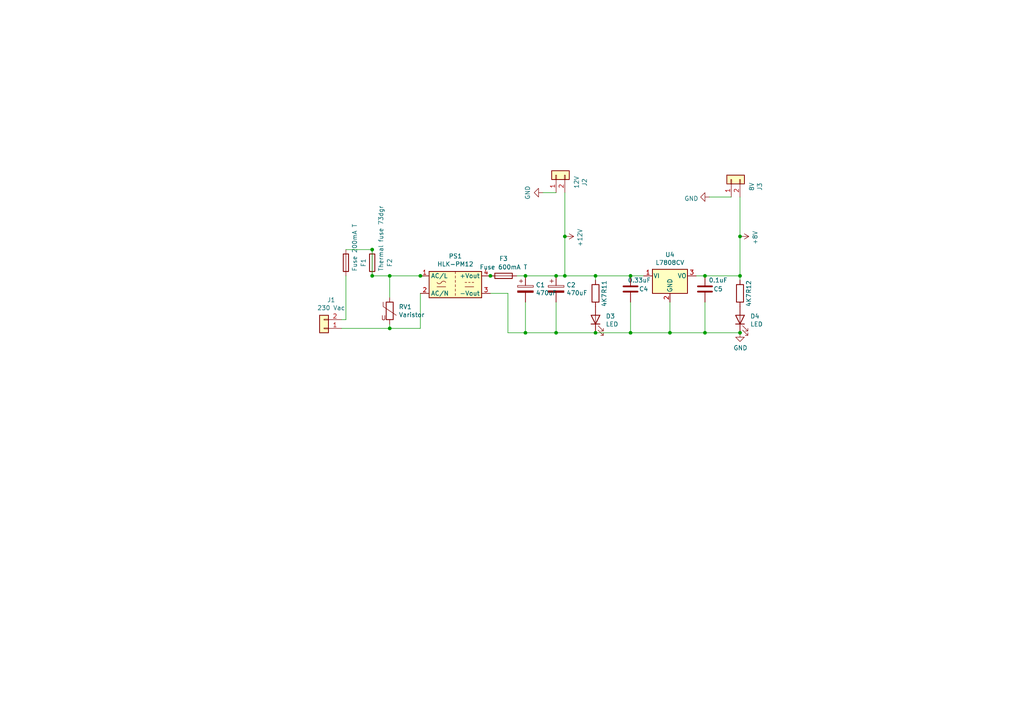
<source format=kicad_sch>
(kicad_sch (version 20211123) (generator eeschema)
  (paper "A4")
  (lib_symbols
    (symbol "Connector_Generic:Conn_01x02" (pin_names (offset 1.016) hide)
      (property "Reference" "J" (at 0 2.54 0))
      (property "Value" "Conn_01x02" (at 0 -5.08 0))
      (symbol "Conn_01x02_1_1"
        (rectangle (start -1.27 -2.413) (end 0 -2.667) (stroke (width 0.1524)))
        (rectangle (start -1.27 0.127) (end 0 -0.127) (stroke (width 0.1524)))
        (rectangle (start -1.27 1.27) (end 1.27 -3.81) (stroke (width 0.254)) (fill (type background)))
        (pin passive line (at -5.08 0 0) (length 3.81) (name "Pin_1") (number "1"))
        (pin passive line (at -5.08 -2.54 0) (length 3.81) (name "Pin_2") (number "2"))
      )
    )
    (symbol "Converter_ACDC:HLK-PM01"
      (property "Reference" "PS" (at 0 5.08 0))
      (property "Value" "HLK-PM01" (at 0 -5.08 0))
      (symbol "HLK-PM01_0_1"
        (rectangle (start -7.62 3.81) (end 7.62 -3.81) (stroke (width 0.254)) (fill (type background)))
        (arc (start -5.334 0.635) (mid -4.699 0.2495) (end -4.064 0.635))
        (arc (start -2.794 0.635) (mid -3.429 1.0072) (end -4.064 0.635))
        (polyline (pts (xy -5.334 -0.635) (xy -2.794 -0.635)))
        (polyline (pts (xy 0 -2.54) (xy 0 -3.175)))
        (polyline (pts (xy 0 -1.27) (xy 0 -1.905)))
        (polyline (pts (xy 0 0) (xy 0 -0.635)))
        (polyline (pts (xy 0 1.27) (xy 0 0.635)))
        (polyline (pts (xy 0 2.54) (xy 0 1.905)))
        (polyline (pts (xy 0 3.81) (xy 0 3.175)))
        (polyline (pts (xy 2.794 -0.635) (xy 5.334 -0.635)))
        (polyline (pts (xy 2.794 0.635) (xy 3.302 0.635)))
        (polyline (pts (xy 3.81 0.635) (xy 4.318 0.635)))
        (polyline (pts (xy 4.826 0.635) (xy 5.334 0.635)))
      )
      (symbol "HLK-PM01_1_1"
        (pin power_in line (at -10.16 2.54 0) (length 2.54) (name "AC/L") (number "1"))
        (pin power_in line (at -10.16 -2.54 0) (length 2.54) (name "AC/N") (number "2"))
        (pin power_out line (at 10.16 -2.54 180) (length 2.54) (name "-Vout") (number "3"))
        (pin power_out line (at 10.16 2.54 180) (length 2.54) (name "+Vout") (number "4"))
      )
    )
    (symbol "Device:C" (pin_numbers hide) (pin_names (offset 0.254))
      (property "Reference" "C" (at 0.635 2.54 0))
      (property "Value" "C" (at 0.635 -2.54 0))
      (symbol "C_0_1"
        (polyline (pts (xy -2.032 -0.762) (xy 2.032 -0.762)) (stroke (width 0.508)))
        (polyline (pts (xy -2.032 0.762) (xy 2.032 0.762)) (stroke (width 0.508)))
      )
      (symbol "C_1_1"
        (pin passive line (at 0 3.81 270) (length 2.794) (name "~") (number "1"))
        (pin passive line (at 0 -3.81 90) (length 2.794) (name "~") (number "2"))
      )
    )
    (symbol "Device:Fuse" (pin_numbers hide) (pin_names (offset 0))
      (property "Reference" "F" (at 2.032 0 90))
      (property "Value" "Fuse" (at -1.905 0 90))
      (symbol "Fuse_0_1"
        (rectangle (start -0.762 -2.54) (end 0.762 2.54) (stroke (width 0.254)))
        (polyline (pts (xy 0 2.54) (xy 0 -2.54)))
      )
      (symbol "Fuse_1_1"
        (pin passive line (at 0 3.81 270) (length 1.27) (name "~") (number "1"))
        (pin passive line (at 0 -3.81 90) (length 1.27) (name "~") (number "2"))
      )
    )
    (symbol "Device:LED" (pin_numbers hide) (pin_names (offset 1.016) hide)
      (property "Reference" "D" (at 0 2.54 0))
      (property "Value" "LED" (at 0 -2.54 0))
      (symbol "LED_0_1"
        (polyline (pts (xy -1.27 -1.27) (xy -1.27 1.27)) (stroke (width 0.254)))
        (polyline (pts (xy -1.27 0) (xy 1.27 0)))
        (polyline (pts (xy 1.27 -1.27) (xy 1.27 1.27) (xy -1.27 0) (xy 1.27 -1.27)) (stroke (width 0.254)))
        (polyline (pts (xy -3.048 -0.762) (xy -4.572 -2.286) (xy -3.81 -2.286) (xy -4.572 -2.286) (xy -4.572 -1.524)))
        (polyline (pts (xy -1.778 -0.762) (xy -3.302 -2.286) (xy -2.54 -2.286) (xy -3.302 -2.286) (xy -3.302 -1.524)))
      )
      (symbol "LED_1_1"
        (pin passive line (at -3.81 0 0) (length 2.54) (name "K") (number "1"))
        (pin passive line (at 3.81 0 180) (length 2.54) (name "A") (number "2"))
      )
    )
    (symbol "Device:R" (pin_numbers hide) (pin_names (offset 0))
      (property "Reference" "R" (at 2.032 0 90))
      (property "Value" "R" (at 0 0 90))
      (symbol "R_0_1"
        (rectangle (start -1.016 -2.54) (end 1.016 2.54) (stroke (width 0.254)))
      )
      (symbol "R_1_1"
        (pin passive line (at 0 3.81 270) (length 1.27) (name "~") (number "1"))
        (pin passive line (at 0 -3.81 90) (length 1.27) (name "~") (number "2"))
      )
    )
    (symbol "Device:Varistor" (pin_numbers hide) (pin_names (offset 0))
      (property "Reference" "RV" (at 3.175 0 90))
      (property "Value" "Varistor" (at -3.175 0 90))
      (symbol "Varistor_0_0"
        (text "U" (at -1.778 -2.032 0) (effects (font (size 1.27 1.27))))
      )
      (symbol "Varistor_0_1"
        (rectangle (start -1.016 -2.54) (end 1.016 2.54) (stroke (width 0.254)))
        (polyline (pts (xy -1.905 2.54) (xy -1.905 1.27) (xy 1.905 -1.27)))
      )
      (symbol "Varistor_1_1"
        (pin passive line (at 0 3.81 270) (length 1.27) (name "~") (number "1"))
        (pin passive line (at 0 -3.81 90) (length 1.27) (name "~") (number "2"))
      )
    )
    (symbol "Mezmerize_B1_Controller-rescue:CP-Device" (pin_numbers hide) (pin_names (offset 0.254))
      (property "Reference" "C" (at 0.635 2.54 0))
      (property "Value" "CP-Device" (at 0.635 -2.54 0))
      (symbol "CP-Device_0_1"
        (rectangle (start -2.286 0.508) (end 2.286 1.016))
        (polyline (pts (xy -1.778 2.286) (xy -0.762 2.286)))
        (polyline (pts (xy -1.27 2.794) (xy -1.27 1.778)))
        (rectangle (start 2.286 -0.508) (end -2.286 -1.016) (fill (type outline)))
      )
      (symbol "CP-Device_1_1"
        (pin passive line (at 0 3.81 270) (length 2.794) (name "~") (number "1"))
        (pin passive line (at 0 -3.81 90) (length 2.794) (name "~") (number "2"))
      )
    )
    (symbol "Regulator_Linear:LM7808_TO220" (pin_names (offset 0.254))
      (property "Reference" "U" (at -3.81 3.175 0))
      (property "Value" "LM7808_TO220" (at 0 3.175 0))
      (symbol "LM7808_TO220_0_1"
        (rectangle (start -5.08 1.905) (end 5.08 -5.08) (stroke (width 0.254)) (fill (type background)))
      )
      (symbol "LM7808_TO220_1_1"
        (pin power_in line (at -7.62 0 0) (length 2.54) (name "VI") (number "1"))
        (pin power_in line (at 0 -7.62 90) (length 2.54) (name "GND") (number "2"))
        (pin power_out line (at 7.62 0 180) (length 2.54) (name "VO") (number "3"))
      )
    )
    (symbol "power:+12V" (power) (pin_names (offset 0))
      (property "Value" "+12V" (at 0 3.556 0))
      (symbol "+12V_0_1"
        (polyline (pts (xy -0.762 1.27) (xy 0 2.54)))
        (polyline (pts (xy 0 0) (xy 0 2.54)))
        (polyline (pts (xy 0 2.54) (xy 0.762 1.27)))
      )
      (symbol "+12V_1_1"
        (pin power_in line (at 0 0 90) (length 0) hide (name "+12V") (number "1"))
      )
    )
    (symbol "power:+8V" (power) (pin_names (offset 0))
      (property "Value" "+8V" (at 0 3.556 0))
      (symbol "+8V_0_1"
        (polyline (pts (xy -0.762 1.27) (xy 0 2.54)))
        (polyline (pts (xy 0 0) (xy 0 2.54)))
        (polyline (pts (xy 0 2.54) (xy 0.762 1.27)))
      )
      (symbol "+8V_1_1"
        (pin power_in line (at 0 0 90) (length 0) hide (name "+8V") (number "1"))
      )
    )
    (symbol "power:GND" (power) (pin_names (offset 0))
      (property "Value" "GND" (at 0 -3.81 0))
      (symbol "GND_0_1"
        (polyline (pts (xy 0 0) (xy 0 -1.27) (xy 1.27 -1.27) (xy 0 -2.54) (xy -1.27 -1.27) (xy 0 -1.27)))
      )
      (symbol "GND_1_1"
        (pin power_in line (at 0 0 270) (length 0) hide (name "GND") (number "1"))
      )
    )
  )
  (junction (at 172.72 96.52))
  (junction (at 152.4 96.52))
  (junction (at 214.63 96.52))
  (junction (at 113.03 80.01))
  (junction (at 204.47 96.52))
  (junction (at 152.4 80.01))
  (junction (at 172.72 80.01))
  (junction (at 161.29 96.52))
  (junction (at 121.92 80.01))
  (junction (at 163.83 68.58))
  (junction (at 214.63 80.01))
  (junction (at 107.95 80.01))
  (junction (at 163.83 80.01))
  (junction (at 113.03 95.25))
  (junction (at 182.88 96.52))
  (junction (at 194.31 96.52))
  (junction (at 204.47 80.01))
  (junction (at 182.88 80.01))
  (junction (at 107.95 72.39))
  (junction (at 142.24 80.01))
  (junction (at 214.63 68.58))
  (junction (at 161.29 80.01))
  (wire (pts (xy 113.03 93.98) (xy 113.03 95.25)))
  (wire (pts (xy 149.86 80.01) (xy 152.4 80.01)))
  (wire (pts (xy 113.03 80.01) (xy 121.92 80.01)))
  (wire (pts (xy 147.32 96.52) (xy 152.4 96.52)))
  (wire (pts (xy 214.63 57.15) (xy 214.63 68.58)))
  (wire (pts (xy 142.24 80.01) (xy 143.51 80.01)))
  (wire (pts (xy 182.88 87.63) (xy 182.88 96.52)))
  (wire (pts (xy 161.29 96.52) (xy 172.72 96.52)))
  (wire (pts (xy 161.29 55.88) (xy 157.48 55.88)))
  (wire (pts (xy 163.83 55.88) (xy 163.83 68.58)))
  (wire (pts (xy 214.63 80.01) (xy 214.63 81.28)))
  (wire (pts (xy 182.88 80.01) (xy 186.69 80.01)))
  (wire (pts (xy 163.83 80.01) (xy 172.72 80.01)))
  (wire (pts (xy 204.47 96.52) (xy 194.31 96.52)))
  (wire (pts (xy 161.29 87.63) (xy 161.29 96.52)))
  (wire (pts (xy 152.4 96.52) (xy 161.29 96.52)))
  (wire (pts (xy 194.31 87.63) (xy 194.31 96.52)))
  (wire (pts (xy 204.47 80.01) (xy 214.63 80.01)))
  (wire (pts (xy 99.06 92.71) (xy 100.33 92.71)))
  (wire (pts (xy 182.88 96.52) (xy 172.72 96.52)))
  (wire (pts (xy 107.95 80.01) (xy 113.03 80.01)))
  (wire (pts (xy 107.95 72.39) (xy 107.95 80.01)))
  (wire (pts (xy 152.4 80.01) (xy 161.29 80.01)))
  (wire (pts (xy 100.33 72.39) (xy 107.95 72.39)))
  (wire (pts (xy 113.03 86.36) (xy 113.03 80.01)))
  (wire (pts (xy 205.74 57.15) (xy 212.09 57.15)))
  (wire (pts (xy 194.31 96.52) (xy 182.88 96.52)))
  (wire (pts (xy 113.03 95.25) (xy 121.92 95.25)))
  (wire (pts (xy 163.83 68.58) (xy 163.83 80.01)))
  (wire (pts (xy 121.92 95.25) (xy 121.92 85.09)))
  (wire (pts (xy 204.47 87.63) (xy 204.47 96.52)))
  (wire (pts (xy 152.4 87.63) (xy 152.4 96.52)))
  (wire (pts (xy 147.32 85.09) (xy 147.32 96.52)))
  (wire (pts (xy 161.29 80.01) (xy 163.83 80.01)))
  (wire (pts (xy 100.33 92.71) (xy 100.33 80.01)))
  (wire (pts (xy 123.19 80.01) (xy 121.92 80.01)))
  (wire (pts (xy 214.63 96.52) (xy 204.47 96.52)))
  (wire (pts (xy 204.47 80.01) (xy 201.93 80.01)))
  (wire (pts (xy 214.63 68.58) (xy 214.63 80.01)))
  (wire (pts (xy 99.06 95.25) (xy 113.03 95.25)))
  (wire (pts (xy 172.72 81.28) (xy 172.72 80.01)))
  (wire (pts (xy 142.24 85.09) (xy 147.32 85.09)))
  (wire (pts (xy 172.72 80.01) (xy 182.88 80.01)))
  (symbol (lib_id "Converter_ACDC:HLK-PM01") (at 132.08 82.55 0) (unit 1)
    (property "Reference" "PS1" (at 132.08 74.295 0))
    (property "Value" "HLK-PM12" (at 132.08 76.6064 0))
    (property "Footprint" "Converter_ACDC:Converter_ACDC_HiLink_HLK-PMxx" (effects hide))
    (property "Datasheet" "http://www.hlktech.net/product_detail.php?ProId=54" (effects hide))
  )
  (symbol (lib_id "Connector_Generic:Conn_01x02") (at 93.98 95.25 180) (unit 1)
    (property "Reference" "J1" (at 96.0628 86.995 0))
    (property "Value" "230 Vac" (at 96.0628 89.3064 0))
    (property "Footprint" "TerminalBlock:TerminalBlock_bornier-2_P5.08mm" (effects hide))
  )
  (symbol (lib_id "Device:Varistor") (at 113.03 90.17 0) (unit 1)
    (property "Reference" "RV1" (at 115.6462 89.0016 0) (effects (justify left)))
    (property "Value" "Varistor" (at 115.6462 91.313 0) (effects (justify left)))
    (property "Footprint" "Varistor:RV_Disc_D21.5mm_W4.6mm_P10mm" (effects hide))
  )
  (symbol (lib_id "Device:Fuse") (at 146.05 80.01 270) (unit 1)
    (property "Reference" "F3" (at 146.05 75.0062 90))
    (property "Value" "Fuse 600mA T" (at 146.05 77.47 90))
    (property "Footprint" "B1 Mezmerize Controller:BLX-A" (effects hide))
  )
  (symbol (lib_id "Mezmerize_B1_Controller-rescue:CP-Device") (at 152.4 83.82 0) (unit 1)
    (property "Reference" "C1" (at 155.3972 82.6516 0) (effects (justify left)))
    (property "Value" "470uF" (at 155.3972 84.963 0) (effects (justify left)))
    (property "Footprint" "Capacitor_THT:CP_Radial_D10.0mm_P5.00mm" (effects hide))
  )
  (symbol (lib_id "Mezmerize_B1_Controller-rescue:CP-Device") (at 161.29 83.82 0) (unit 1)
    (property "Reference" "C2" (at 164.2872 82.6516 0) (effects (justify left)))
    (property "Value" "470uF" (at 164.2872 84.963 0) (effects (justify left)))
    (property "Footprint" "Capacitor_THT:CP_Radial_D10.0mm_P5.00mm" (effects hide))
  )
  (symbol (lib_id "Device:Fuse") (at 107.95 76.2 0) (unit 1)
    (property "Reference" "F2" (at 113.03 77.47 90) (effects (justify left)))
    (property "Value" "Thermal fuse 73dgr" (at 110.49 78.74 90) (effects (justify left)))
    (property "Footprint" "Resistor_THT:R_Axial_DIN0414_L11.9mm_D4.5mm_P15.24mm_Horizontal" (effects hide))
  )
  (symbol (lib_id "Device:Fuse") (at 100.33 76.2 180) (unit 1)
    (property "Reference" "F1" (at 105.41 77.47 90) (effects (justify right)))
    (property "Value" "Fuse 200mA T" (at 102.87 78.74 90) (effects (justify right)))
    (property "Footprint" "B1 Mezmerize Controller:BLX-A" (effects hide))
  )
  (symbol (lib_id "Regulator_Linear:LM7808_TO220") (at 194.31 80.01 0) (unit 1)
    (property "Reference" "U4" (at 194.31 73.8632 0))
    (property "Value" "L7808CV" (at 194.31 76.1746 0))
    (property "Footprint" "Package_TO_SOT_THT:TO-220-3_Vertical" (effects hide))
    (property "Datasheet" "http://www.fairchildsemi.com/ds/LM/LM7805.pdf" (effects hide))
  )
  (symbol (lib_id "power:+12V") (at 163.83 68.58 270) (unit 1)
    (property "Reference" "#PWR09" (effects hide))
    (property "Value" "+12V" (at 168.2242 68.961 0))
  )
  (symbol (lib_id "power:GND") (at 214.63 96.52 0) (unit 1)
    (property "Reference" "#PWR011" (effects hide))
    (property "Value" "GND" (at 214.757 100.9142 0))
  )
  (symbol (lib_id "Device:C") (at 182.88 83.82 0) (unit 1)
    (property "Reference" "C4" (at 186.69 83.82 0))
    (property "Value" "0.33uF" (at 185.42 81.28 0))
    (property "Footprint" "Capacitor_SMD:C_0805_2012Metric_Pad1.15x1.40mm_HandSolder" (effects hide))
  )
  (symbol (lib_id "Device:C") (at 204.47 83.82 0) (unit 1)
    (property "Reference" "C5" (at 208.28 83.82 0))
    (property "Value" "0.1uF" (at 208.28 81.28 0))
    (property "Footprint" "Capacitor_SMD:C_0805_2012Metric_Pad1.15x1.40mm_HandSolder" (effects hide))
  )
  (symbol (lib_id "power:+8V") (at 214.63 68.58 270) (unit 1)
    (property "Reference" "#PWR018" (effects hide))
    (property "Value" "+8V" (at 219.0242 68.961 0))
  )
  (symbol (lib_id "Device:R") (at 172.72 85.09 180) (unit 1)
    (property "Reference" "R11" (at 175.26 81.28 90) (effects (justify left)))
    (property "Value" "4K7" (at 175.26 85.09 90) (effects (justify left)))
    (property "Footprint" "Resistor_SMD:R_0805_2012Metric_Pad1.15x1.40mm_HandSolder" (effects hide))
  )
  (symbol (lib_id "Device:R") (at 214.63 85.09 180) (unit 1)
    (property "Reference" "R12" (at 217.17 81.28 90) (effects (justify left)))
    (property "Value" "4K7" (at 217.17 85.09 90) (effects (justify left)))
    (property "Footprint" "Resistor_SMD:R_0805_2012Metric_Pad1.15x1.40mm_HandSolder" (effects hide))
  )
  (symbol (lib_id "Device:LED") (at 172.72 92.71 90) (unit 1)
    (property "Reference" "D3" (at 175.6918 91.7194 90) (effects (justify right)))
    (property "Value" "LED" (at 175.6918 94.0308 90) (effects (justify right)))
    (property "Footprint" "LED_SMD:LED_0805_2012Metric_Pad1.15x1.40mm_HandSolder" (effects hide))
  )
  (symbol (lib_id "Device:LED") (at 214.63 92.71 90) (unit 1)
    (property "Reference" "D4" (at 217.6018 91.7194 90) (effects (justify right)))
    (property "Value" "LED" (at 217.6018 94.0308 90) (effects (justify right)))
    (property "Footprint" "LED_SMD:LED_0805_2012Metric_Pad1.15x1.40mm_HandSolder" (effects hide))
  )
  (symbol (lib_id "power:GND") (at 205.74 57.15 270) (unit 1)
    (property "Reference" "#PWR02" (effects hide))
    (property "Value" "GND" (at 202.5651 57.5838 90) (effects (justify right)))
  )
  (symbol (lib_id "power:GND") (at 157.48 55.88 270) (unit 1)
    (property "Reference" "#PWR01" (effects hide))
    (property "Value" "GND" (at 153.0366 55.88 0))
  )
  (symbol (lib_id "Connector_Generic:Conn_01x02") (at 212.09 52.07 90) (unit 1)
    (property "Reference" "J3" (at 220.345 54.1528 0))
    (property "Value" "8V" (at 218.0336 54.1528 0))
    (property "Footprint" "TerminalBlock:TerminalBlock_bornier-2_P5.08mm" (effects hide))
  )
  (symbol (lib_id "Connector_Generic:Conn_01x02") (at 161.29 50.8 90) (unit 1)
    (property "Reference" "J2" (at 169.545 52.8828 0))
    (property "Value" "12V" (at 167.2336 52.8828 0))
    (property "Footprint" "TerminalBlock:TerminalBlock_bornier-2_P5.08mm" (effects hide))
  )
)
</source>
